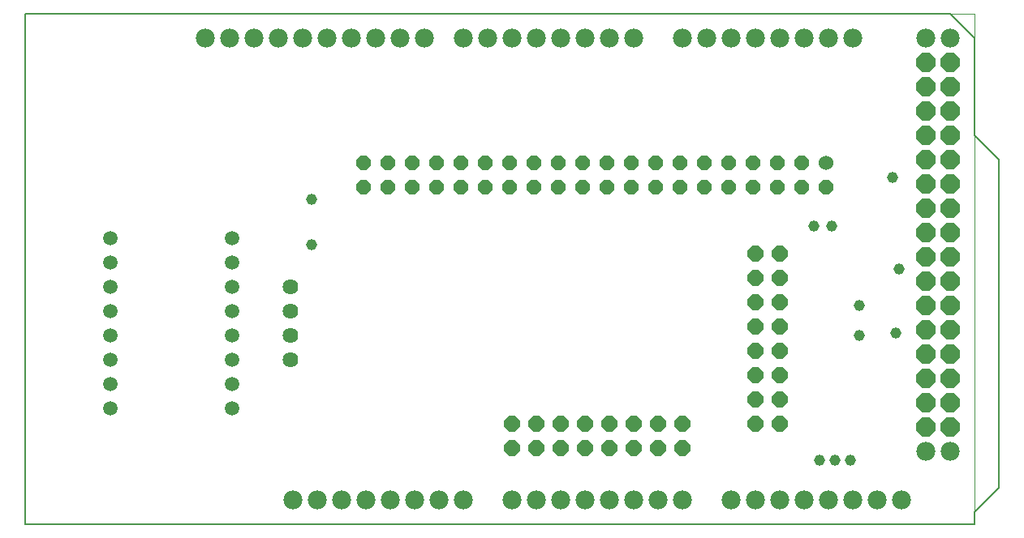
<source format=gbs>
G75*
%MOIN*%
%OFA0B0*%
%FSLAX24Y24*%
%IPPOS*%
%LPD*%
%AMOC8*
5,1,8,0,0,1.08239X$1,22.5*
%
%ADD10C,0.0000*%
%ADD11C,0.0080*%
%ADD12C,0.0780*%
%ADD13OC8,0.0780*%
%ADD14C,0.0600*%
%ADD15OC8,0.0600*%
%ADD16C,0.0594*%
%ADD17C,0.0640*%
%ADD18OC8,0.0640*%
%ADD19C,0.0453*%
D10*
X004943Y000500D02*
X004943Y021495D01*
X043935Y021495D01*
X043935Y000500D01*
X004943Y000500D01*
D11*
X004943Y021500D01*
X042943Y021500D01*
X043943Y020500D01*
X043943Y016500D01*
X044943Y015500D01*
X044943Y002000D01*
X043943Y001000D01*
X043943Y000500D01*
X004943Y000500D01*
D12*
X015943Y001500D03*
X016943Y001500D03*
X017943Y001500D03*
X018943Y001500D03*
X019943Y001500D03*
X020943Y001500D03*
X021943Y001500D03*
X022943Y001500D03*
X024943Y001500D03*
X025943Y001500D03*
X026943Y001500D03*
X027943Y001500D03*
X028943Y001500D03*
X029943Y001500D03*
X030943Y001500D03*
X031943Y001500D03*
X033943Y001500D03*
X034943Y001500D03*
X035943Y001500D03*
X036943Y001500D03*
X037943Y001500D03*
X038943Y001500D03*
X039943Y001500D03*
X040943Y001500D03*
X041943Y003500D03*
X042943Y003500D03*
X042943Y020500D03*
X041943Y020500D03*
X038943Y020500D03*
X037943Y020500D03*
X036943Y020500D03*
X035943Y020500D03*
X034943Y020500D03*
X033943Y020500D03*
X032943Y020500D03*
X031943Y020500D03*
X029943Y020500D03*
X028943Y020500D03*
X027943Y020500D03*
X026943Y020500D03*
X025943Y020500D03*
X024943Y020500D03*
X023943Y020500D03*
X022943Y020500D03*
X021343Y020500D03*
X020343Y020500D03*
X019343Y020500D03*
X018343Y020500D03*
X017343Y020500D03*
X016343Y020500D03*
X015343Y020500D03*
X014343Y020500D03*
X013343Y020500D03*
X012343Y020500D03*
D13*
X041943Y019500D03*
X042943Y019500D03*
X042943Y018500D03*
X041943Y018500D03*
X041943Y017500D03*
X042943Y017500D03*
X042943Y016500D03*
X041943Y016500D03*
X041943Y015500D03*
X042943Y015500D03*
X042943Y014500D03*
X041943Y014500D03*
X041943Y013500D03*
X042943Y013500D03*
X042943Y012500D03*
X041943Y012500D03*
X041943Y011500D03*
X042943Y011500D03*
X042943Y010500D03*
X041943Y010500D03*
X041943Y009500D03*
X042943Y009500D03*
X042943Y008500D03*
X041943Y008500D03*
X041943Y007500D03*
X042943Y007500D03*
X042943Y006500D03*
X041943Y006500D03*
X041943Y005500D03*
X042943Y005500D03*
X042943Y004500D03*
X041943Y004500D03*
D14*
X037818Y015375D03*
D15*
X036818Y015375D03*
X035818Y015375D03*
X034818Y015375D03*
X033818Y015375D03*
X033818Y014375D03*
X034818Y014375D03*
X035818Y014375D03*
X036818Y014375D03*
X037818Y014375D03*
X032818Y014375D03*
X031818Y014375D03*
X030818Y014375D03*
X029818Y014375D03*
X029818Y015375D03*
X030818Y015375D03*
X031818Y015375D03*
X032818Y015375D03*
X028818Y015375D03*
X027818Y015375D03*
X026818Y015375D03*
X025818Y015375D03*
X024818Y015375D03*
X024818Y014375D03*
X025818Y014375D03*
X026818Y014375D03*
X027818Y014375D03*
X028818Y014375D03*
X023818Y014375D03*
X022818Y014375D03*
X021818Y014375D03*
X020818Y014375D03*
X020818Y015375D03*
X021818Y015375D03*
X022818Y015375D03*
X023818Y015375D03*
X019818Y015375D03*
X018818Y015375D03*
X018818Y014375D03*
X019818Y014375D03*
D16*
X013443Y012250D03*
X013443Y011250D03*
X013443Y010250D03*
X013443Y009250D03*
X013443Y008250D03*
X013443Y007250D03*
X013443Y006250D03*
X013443Y005250D03*
X008443Y005250D03*
X008443Y006250D03*
X008443Y007250D03*
X008443Y008250D03*
X008443Y009250D03*
X008443Y010250D03*
X008443Y011250D03*
X008443Y012250D03*
D17*
X015818Y010250D03*
X015818Y009250D03*
X015818Y008250D03*
X015818Y007250D03*
D18*
X024943Y004625D03*
X025943Y004625D03*
X026943Y004625D03*
X027943Y004625D03*
X028943Y004625D03*
X029943Y004625D03*
X030943Y004625D03*
X031943Y004625D03*
X031943Y003625D03*
X030943Y003625D03*
X029943Y003625D03*
X028943Y003625D03*
X027943Y003625D03*
X026943Y003625D03*
X025943Y003625D03*
X024943Y003625D03*
X034943Y004625D03*
X035943Y004625D03*
X035943Y005625D03*
X034943Y005625D03*
X034943Y006625D03*
X035943Y006625D03*
X035943Y007625D03*
X034943Y007625D03*
X034943Y008625D03*
X035943Y008625D03*
X035943Y009625D03*
X034943Y009625D03*
X034943Y010625D03*
X035943Y010625D03*
X035943Y011625D03*
X034943Y011625D03*
D19*
X037318Y012750D03*
X038068Y012750D03*
X040568Y014750D03*
X040818Y011000D03*
X039193Y009500D03*
X040693Y008375D03*
X039193Y008250D03*
X038818Y003125D03*
X038193Y003125D03*
X037568Y003125D03*
X016693Y012000D03*
X016693Y013875D03*
M02*

</source>
